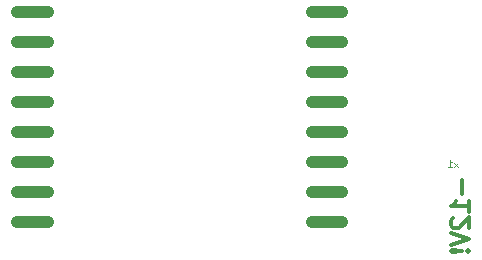
<source format=gbr>
%TF.GenerationSoftware,KiCad,Pcbnew,(6.0.2)*%
%TF.CreationDate,2022-07-09T21:38:24+01:00*%
%TF.ProjectId,protoboard,70726f74-6f62-46f6-9172-642e6b696361,rev?*%
%TF.SameCoordinates,Original*%
%TF.FileFunction,Legend,Bot*%
%TF.FilePolarity,Positive*%
%FSLAX46Y46*%
G04 Gerber Fmt 4.6, Leading zero omitted, Abs format (unit mm)*
G04 Created by KiCad (PCBNEW (6.0.2)) date 2022-07-09 21:38:24*
%MOMM*%
%LPD*%
G01*
G04 APERTURE LIST*
%ADD10C,1.000000*%
%ADD11C,0.300000*%
%ADD12C,0.100000*%
G04 APERTURE END LIST*
D10*
X3810000Y-4890000D02*
X1260000Y-4890000D01*
X3810000Y-12510000D02*
X1260000Y-12510000D01*
X3810000Y-7430000D02*
X1260000Y-7430000D01*
X28760000Y-12520000D02*
X26210000Y-12520000D01*
X28760000Y-2360000D02*
X26210000Y-2360000D01*
X3810000Y-2350000D02*
X1260000Y-2350000D01*
X28760000Y-17600000D02*
X26210000Y-17600000D01*
X28760000Y-20140000D02*
X26210000Y-20140000D01*
X3810000Y-15050000D02*
X1260000Y-15050000D01*
X28760000Y-4900000D02*
X26210000Y-4900000D01*
X3810000Y-17590000D02*
X1260000Y-17590000D01*
X3810000Y-9970000D02*
X1260000Y-9970000D01*
X28760000Y-9980000D02*
X26210000Y-9980000D01*
X28760000Y-15060000D02*
X26210000Y-15060000D01*
X28760000Y-7440000D02*
X26210000Y-7440000D01*
X3810000Y-20130000D02*
X1260000Y-20130000D01*
D11*
X38907142Y-16600000D02*
X38907142Y-17742857D01*
X39478571Y-19242857D02*
X39478571Y-18385714D01*
X39478571Y-18814285D02*
X37978571Y-18814285D01*
X38192857Y-18671428D01*
X38335714Y-18528571D01*
X38407142Y-18385714D01*
X38121428Y-19814285D02*
X38050000Y-19885714D01*
X37978571Y-20028571D01*
X37978571Y-20385714D01*
X38050000Y-20528571D01*
X38121428Y-20600000D01*
X38264285Y-20671428D01*
X38407142Y-20671428D01*
X38621428Y-20600000D01*
X39478571Y-19742857D01*
X39478571Y-20671428D01*
X37978571Y-21100000D02*
X39478571Y-21600000D01*
X37978571Y-22100000D01*
X39335714Y-22600000D02*
X39407142Y-22671428D01*
X39478571Y-22600000D01*
X39407142Y-22528571D01*
X39335714Y-22600000D01*
X39478571Y-22600000D01*
X38907142Y-22600000D02*
X38050000Y-22528571D01*
X37978571Y-22600000D01*
X38050000Y-22671428D01*
X38907142Y-22600000D01*
X37978571Y-22600000D01*
D12*
X38542857Y-15511428D02*
X38228571Y-15111428D01*
X38542857Y-15111428D02*
X38228571Y-15511428D01*
X37685714Y-15511428D02*
X38028571Y-15511428D01*
X37857142Y-15511428D02*
X37857142Y-14911428D01*
X37914285Y-14997142D01*
X37971428Y-15054285D01*
X38028571Y-15082857D01*
M02*

</source>
